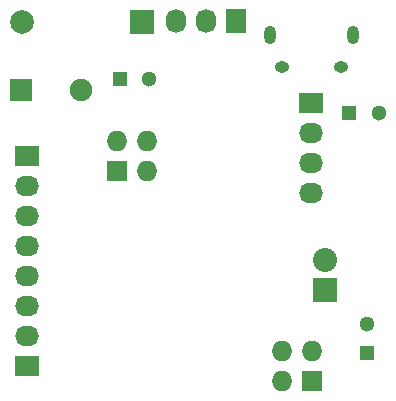
<source format=gbr>
G04 #@! TF.FileFunction,Soldermask,Bot*
%FSLAX46Y46*%
G04 Gerber Fmt 4.6, Leading zero omitted, Abs format (unit mm)*
G04 Created by KiCad (PCBNEW (2015-08-05 BZR 6055, Git fa29c62)-product) date 02/02/2016 11:58:07 AM*
%MOMM*%
G01*
G04 APERTURE LIST*
%ADD10C,0.100000*%
%ADD11R,1.300000X1.300000*%
%ADD12C,1.300000*%
%ADD13C,1.998980*%
%ADD14R,1.998980X1.998980*%
%ADD15R,1.905000X1.905000*%
%ADD16C,1.905000*%
%ADD17R,2.032000X1.727200*%
%ADD18O,2.032000X1.727200*%
%ADD19O,1.250000X0.950000*%
%ADD20O,1.000000X1.550000*%
%ADD21R,1.727200X1.727200*%
%ADD22O,1.727200X1.727200*%
%ADD23R,1.727200X2.032000*%
%ADD24O,1.727200X2.032000*%
%ADD25R,2.032000X2.032000*%
%ADD26O,2.032000X2.032000*%
G04 APERTURE END LIST*
D10*
D11*
X94805500Y-147510500D03*
D12*
X94805500Y-145010500D03*
D11*
X93281500Y-127190500D03*
D12*
X95781500Y-127190500D03*
X76350500Y-124269500D03*
D11*
X73850500Y-124269500D03*
D13*
X65595500Y-119446040D03*
D14*
X75755500Y-119446040D03*
D15*
X65468500Y-125222000D03*
D16*
X70548500Y-125222000D03*
D17*
X90043000Y-126301500D03*
D18*
X90043000Y-128841500D03*
X90043000Y-131381500D03*
X90043000Y-133921500D03*
D19*
X92607400Y-123228540D03*
X87607400Y-123228540D03*
D20*
X93607400Y-120528540D03*
X86607400Y-120528540D03*
D17*
X66040000Y-148590000D03*
D18*
X66040000Y-146050000D03*
X66040000Y-143510000D03*
X66040000Y-140970000D03*
D21*
X90106500Y-149860000D03*
D22*
X87566500Y-149860000D03*
X90106500Y-147320000D03*
X87566500Y-147320000D03*
D23*
X83693000Y-119380000D03*
D24*
X81153000Y-119380000D03*
X78613000Y-119380000D03*
D17*
X66040000Y-130810000D03*
D18*
X66040000Y-133350000D03*
X66040000Y-135890000D03*
X66040000Y-138430000D03*
D21*
X73660000Y-132080000D03*
D22*
X73660000Y-129540000D03*
X76200000Y-132080000D03*
X76200000Y-129540000D03*
D25*
X91249500Y-142113000D03*
D26*
X91249500Y-139573000D03*
M02*

</source>
